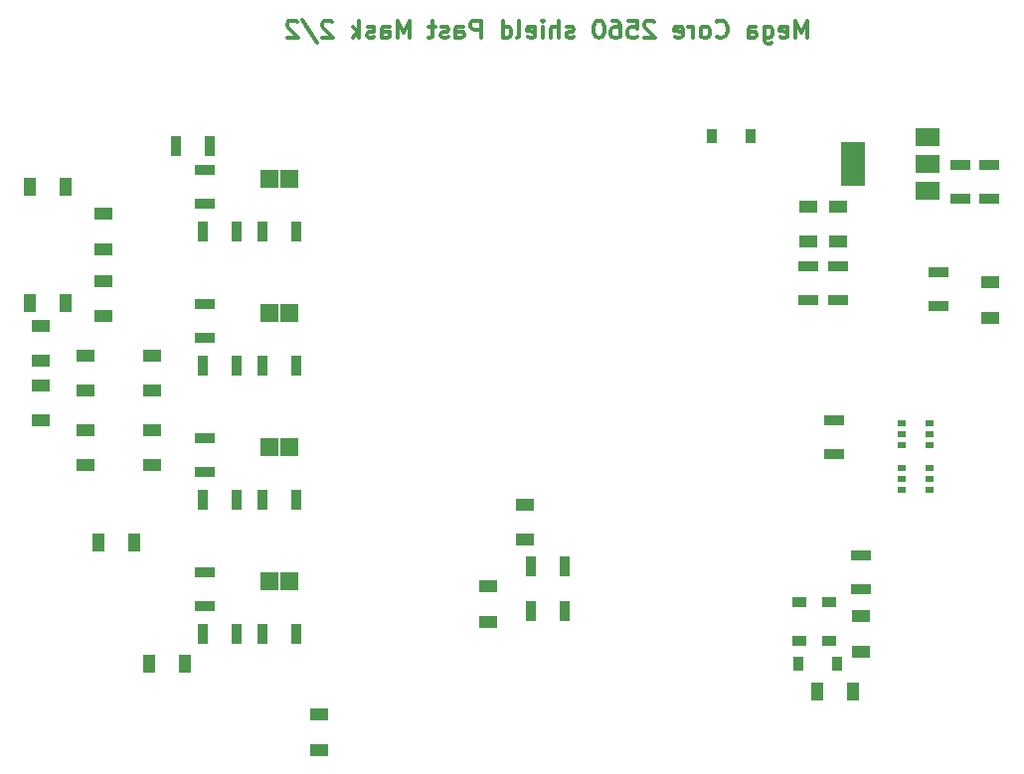
<source format=gbr>
G04 #@! TF.FileFunction,Paste,Bot*
%FSLAX46Y46*%
G04 Gerber Fmt 4.6, Leading zero omitted, Abs format (unit mm)*
G04 Created by KiCad (PCBNEW 4.0.7) date 08/07/18 09:16:37*
%MOMM*%
%LPD*%
G01*
G04 APERTURE LIST*
%ADD10C,0.100000*%
%ADD11C,0.300000*%
%ADD12R,1.000000X1.600000*%
%ADD13R,1.200000X0.900000*%
%ADD14R,0.800000X0.550000*%
%ADD15R,1.700000X0.900000*%
%ADD16R,0.900000X1.700000*%
%ADD17R,0.900000X1.200000*%
%ADD18R,1.600000X1.000000*%
%ADD19R,2.000000X3.800000*%
%ADD20R,2.000000X1.500000*%
%ADD21R,1.524000X1.524000*%
G04 APERTURE END LIST*
D10*
D11*
X208639662Y-58113051D02*
X208639662Y-56613051D01*
X208139662Y-57684480D01*
X207639662Y-56613051D01*
X207639662Y-58113051D01*
X206353948Y-58041623D02*
X206496805Y-58113051D01*
X206782519Y-58113051D01*
X206925376Y-58041623D01*
X206996805Y-57898766D01*
X206996805Y-57327337D01*
X206925376Y-57184480D01*
X206782519Y-57113051D01*
X206496805Y-57113051D01*
X206353948Y-57184480D01*
X206282519Y-57327337D01*
X206282519Y-57470194D01*
X206996805Y-57613051D01*
X204996805Y-57113051D02*
X204996805Y-58327337D01*
X205068234Y-58470194D01*
X205139662Y-58541623D01*
X205282519Y-58613051D01*
X205496805Y-58613051D01*
X205639662Y-58541623D01*
X204996805Y-58041623D02*
X205139662Y-58113051D01*
X205425376Y-58113051D01*
X205568234Y-58041623D01*
X205639662Y-57970194D01*
X205711091Y-57827337D01*
X205711091Y-57398766D01*
X205639662Y-57255909D01*
X205568234Y-57184480D01*
X205425376Y-57113051D01*
X205139662Y-57113051D01*
X204996805Y-57184480D01*
X203639662Y-58113051D02*
X203639662Y-57327337D01*
X203711091Y-57184480D01*
X203853948Y-57113051D01*
X204139662Y-57113051D01*
X204282519Y-57184480D01*
X203639662Y-58041623D02*
X203782519Y-58113051D01*
X204139662Y-58113051D01*
X204282519Y-58041623D01*
X204353948Y-57898766D01*
X204353948Y-57755909D01*
X204282519Y-57613051D01*
X204139662Y-57541623D01*
X203782519Y-57541623D01*
X203639662Y-57470194D01*
X200925376Y-57970194D02*
X200996805Y-58041623D01*
X201211091Y-58113051D01*
X201353948Y-58113051D01*
X201568233Y-58041623D01*
X201711091Y-57898766D01*
X201782519Y-57755909D01*
X201853948Y-57470194D01*
X201853948Y-57255909D01*
X201782519Y-56970194D01*
X201711091Y-56827337D01*
X201568233Y-56684480D01*
X201353948Y-56613051D01*
X201211091Y-56613051D01*
X200996805Y-56684480D01*
X200925376Y-56755909D01*
X200068233Y-58113051D02*
X200211091Y-58041623D01*
X200282519Y-57970194D01*
X200353948Y-57827337D01*
X200353948Y-57398766D01*
X200282519Y-57255909D01*
X200211091Y-57184480D01*
X200068233Y-57113051D01*
X199853948Y-57113051D01*
X199711091Y-57184480D01*
X199639662Y-57255909D01*
X199568233Y-57398766D01*
X199568233Y-57827337D01*
X199639662Y-57970194D01*
X199711091Y-58041623D01*
X199853948Y-58113051D01*
X200068233Y-58113051D01*
X198925376Y-58113051D02*
X198925376Y-57113051D01*
X198925376Y-57398766D02*
X198853948Y-57255909D01*
X198782519Y-57184480D01*
X198639662Y-57113051D01*
X198496805Y-57113051D01*
X197425377Y-58041623D02*
X197568234Y-58113051D01*
X197853948Y-58113051D01*
X197996805Y-58041623D01*
X198068234Y-57898766D01*
X198068234Y-57327337D01*
X197996805Y-57184480D01*
X197853948Y-57113051D01*
X197568234Y-57113051D01*
X197425377Y-57184480D01*
X197353948Y-57327337D01*
X197353948Y-57470194D01*
X198068234Y-57613051D01*
X195639663Y-56755909D02*
X195568234Y-56684480D01*
X195425377Y-56613051D01*
X195068234Y-56613051D01*
X194925377Y-56684480D01*
X194853948Y-56755909D01*
X194782520Y-56898766D01*
X194782520Y-57041623D01*
X194853948Y-57255909D01*
X195711091Y-58113051D01*
X194782520Y-58113051D01*
X193425377Y-56613051D02*
X194139663Y-56613051D01*
X194211092Y-57327337D01*
X194139663Y-57255909D01*
X193996806Y-57184480D01*
X193639663Y-57184480D01*
X193496806Y-57255909D01*
X193425377Y-57327337D01*
X193353949Y-57470194D01*
X193353949Y-57827337D01*
X193425377Y-57970194D01*
X193496806Y-58041623D01*
X193639663Y-58113051D01*
X193996806Y-58113051D01*
X194139663Y-58041623D01*
X194211092Y-57970194D01*
X192068235Y-56613051D02*
X192353949Y-56613051D01*
X192496806Y-56684480D01*
X192568235Y-56755909D01*
X192711092Y-56970194D01*
X192782521Y-57255909D01*
X192782521Y-57827337D01*
X192711092Y-57970194D01*
X192639664Y-58041623D01*
X192496806Y-58113051D01*
X192211092Y-58113051D01*
X192068235Y-58041623D01*
X191996806Y-57970194D01*
X191925378Y-57827337D01*
X191925378Y-57470194D01*
X191996806Y-57327337D01*
X192068235Y-57255909D01*
X192211092Y-57184480D01*
X192496806Y-57184480D01*
X192639664Y-57255909D01*
X192711092Y-57327337D01*
X192782521Y-57470194D01*
X190996807Y-56613051D02*
X190853950Y-56613051D01*
X190711093Y-56684480D01*
X190639664Y-56755909D01*
X190568235Y-56898766D01*
X190496807Y-57184480D01*
X190496807Y-57541623D01*
X190568235Y-57827337D01*
X190639664Y-57970194D01*
X190711093Y-58041623D01*
X190853950Y-58113051D01*
X190996807Y-58113051D01*
X191139664Y-58041623D01*
X191211093Y-57970194D01*
X191282521Y-57827337D01*
X191353950Y-57541623D01*
X191353950Y-57184480D01*
X191282521Y-56898766D01*
X191211093Y-56755909D01*
X191139664Y-56684480D01*
X190996807Y-56613051D01*
X188782522Y-58041623D02*
X188639665Y-58113051D01*
X188353950Y-58113051D01*
X188211093Y-58041623D01*
X188139665Y-57898766D01*
X188139665Y-57827337D01*
X188211093Y-57684480D01*
X188353950Y-57613051D01*
X188568236Y-57613051D01*
X188711093Y-57541623D01*
X188782522Y-57398766D01*
X188782522Y-57327337D01*
X188711093Y-57184480D01*
X188568236Y-57113051D01*
X188353950Y-57113051D01*
X188211093Y-57184480D01*
X187496807Y-58113051D02*
X187496807Y-56613051D01*
X186853950Y-58113051D02*
X186853950Y-57327337D01*
X186925379Y-57184480D01*
X187068236Y-57113051D01*
X187282521Y-57113051D01*
X187425379Y-57184480D01*
X187496807Y-57255909D01*
X186139664Y-58113051D02*
X186139664Y-57113051D01*
X186139664Y-56613051D02*
X186211093Y-56684480D01*
X186139664Y-56755909D01*
X186068236Y-56684480D01*
X186139664Y-56613051D01*
X186139664Y-56755909D01*
X184853950Y-58041623D02*
X184996807Y-58113051D01*
X185282521Y-58113051D01*
X185425378Y-58041623D01*
X185496807Y-57898766D01*
X185496807Y-57327337D01*
X185425378Y-57184480D01*
X185282521Y-57113051D01*
X184996807Y-57113051D01*
X184853950Y-57184480D01*
X184782521Y-57327337D01*
X184782521Y-57470194D01*
X185496807Y-57613051D01*
X183925378Y-58113051D02*
X184068236Y-58041623D01*
X184139664Y-57898766D01*
X184139664Y-56613051D01*
X182711093Y-58113051D02*
X182711093Y-56613051D01*
X182711093Y-58041623D02*
X182853950Y-58113051D01*
X183139664Y-58113051D01*
X183282522Y-58041623D01*
X183353950Y-57970194D01*
X183425379Y-57827337D01*
X183425379Y-57398766D01*
X183353950Y-57255909D01*
X183282522Y-57184480D01*
X183139664Y-57113051D01*
X182853950Y-57113051D01*
X182711093Y-57184480D01*
X180853950Y-58113051D02*
X180853950Y-56613051D01*
X180282522Y-56613051D01*
X180139664Y-56684480D01*
X180068236Y-56755909D01*
X179996807Y-56898766D01*
X179996807Y-57113051D01*
X180068236Y-57255909D01*
X180139664Y-57327337D01*
X180282522Y-57398766D01*
X180853950Y-57398766D01*
X178711093Y-58113051D02*
X178711093Y-57327337D01*
X178782522Y-57184480D01*
X178925379Y-57113051D01*
X179211093Y-57113051D01*
X179353950Y-57184480D01*
X178711093Y-58041623D02*
X178853950Y-58113051D01*
X179211093Y-58113051D01*
X179353950Y-58041623D01*
X179425379Y-57898766D01*
X179425379Y-57755909D01*
X179353950Y-57613051D01*
X179211093Y-57541623D01*
X178853950Y-57541623D01*
X178711093Y-57470194D01*
X178068236Y-58041623D02*
X177925379Y-58113051D01*
X177639664Y-58113051D01*
X177496807Y-58041623D01*
X177425379Y-57898766D01*
X177425379Y-57827337D01*
X177496807Y-57684480D01*
X177639664Y-57613051D01*
X177853950Y-57613051D01*
X177996807Y-57541623D01*
X178068236Y-57398766D01*
X178068236Y-57327337D01*
X177996807Y-57184480D01*
X177853950Y-57113051D01*
X177639664Y-57113051D01*
X177496807Y-57184480D01*
X176996807Y-57113051D02*
X176425378Y-57113051D01*
X176782521Y-56613051D02*
X176782521Y-57898766D01*
X176711093Y-58041623D01*
X176568235Y-58113051D01*
X176425378Y-58113051D01*
X174782521Y-58113051D02*
X174782521Y-56613051D01*
X174282521Y-57684480D01*
X173782521Y-56613051D01*
X173782521Y-58113051D01*
X172425378Y-58113051D02*
X172425378Y-57327337D01*
X172496807Y-57184480D01*
X172639664Y-57113051D01*
X172925378Y-57113051D01*
X173068235Y-57184480D01*
X172425378Y-58041623D02*
X172568235Y-58113051D01*
X172925378Y-58113051D01*
X173068235Y-58041623D01*
X173139664Y-57898766D01*
X173139664Y-57755909D01*
X173068235Y-57613051D01*
X172925378Y-57541623D01*
X172568235Y-57541623D01*
X172425378Y-57470194D01*
X171782521Y-58041623D02*
X171639664Y-58113051D01*
X171353949Y-58113051D01*
X171211092Y-58041623D01*
X171139664Y-57898766D01*
X171139664Y-57827337D01*
X171211092Y-57684480D01*
X171353949Y-57613051D01*
X171568235Y-57613051D01*
X171711092Y-57541623D01*
X171782521Y-57398766D01*
X171782521Y-57327337D01*
X171711092Y-57184480D01*
X171568235Y-57113051D01*
X171353949Y-57113051D01*
X171211092Y-57184480D01*
X170496806Y-58113051D02*
X170496806Y-56613051D01*
X170353949Y-57541623D02*
X169925378Y-58113051D01*
X169925378Y-57113051D02*
X170496806Y-57684480D01*
X168211092Y-56755909D02*
X168139663Y-56684480D01*
X167996806Y-56613051D01*
X167639663Y-56613051D01*
X167496806Y-56684480D01*
X167425377Y-56755909D01*
X167353949Y-56898766D01*
X167353949Y-57041623D01*
X167425377Y-57255909D01*
X168282520Y-58113051D01*
X167353949Y-58113051D01*
X165639664Y-56541623D02*
X166925378Y-58470194D01*
X165211092Y-56755909D02*
X165139663Y-56684480D01*
X164996806Y-56613051D01*
X164639663Y-56613051D01*
X164496806Y-56684480D01*
X164425377Y-56755909D01*
X164353949Y-56898766D01*
X164353949Y-57041623D01*
X164425377Y-57255909D01*
X165282520Y-58113051D01*
X164353949Y-58113051D01*
D12*
X209543520Y-113822480D03*
X212543520Y-113822480D03*
D13*
X207995520Y-106203480D03*
X207995520Y-109503480D03*
X210535520Y-109503480D03*
X210535520Y-106203480D03*
D14*
X219101520Y-94711480D03*
X219101520Y-95661480D03*
X219101520Y-96611480D03*
X216701520Y-96611480D03*
X216701520Y-95661480D03*
X216701520Y-94711480D03*
X219101520Y-90901480D03*
X219101520Y-91851480D03*
X219101520Y-92801480D03*
X216701520Y-92801480D03*
X216701520Y-91851480D03*
X216701520Y-90901480D03*
D15*
X210916520Y-90655480D03*
X210916520Y-93555480D03*
D16*
X154856520Y-67340480D03*
X157756520Y-67340480D03*
D15*
X219806520Y-80982480D03*
X219806520Y-78082480D03*
D17*
X207869520Y-111409480D03*
X211169520Y-111409480D03*
D18*
X213202520Y-110369480D03*
X213202520Y-107369480D03*
D15*
X213202520Y-105112480D03*
X213202520Y-102212480D03*
D18*
X224251520Y-78921480D03*
X224251520Y-81921480D03*
D15*
X224124520Y-71838480D03*
X224124520Y-68938480D03*
X221711520Y-68938480D03*
X221711520Y-71838480D03*
X211297520Y-80474480D03*
X211297520Y-77574480D03*
X208757520Y-80474480D03*
X208757520Y-77574480D03*
D18*
X211297520Y-72444480D03*
X211297520Y-75444480D03*
X208757520Y-72444480D03*
X208757520Y-75444480D03*
D19*
X212592520Y-68864480D03*
D20*
X218892520Y-68864480D03*
X218892520Y-71164480D03*
X218892520Y-66564480D03*
D17*
X203803520Y-66451480D03*
X200503520Y-66451480D03*
D18*
X184627520Y-97844480D03*
X184627520Y-100844480D03*
D16*
X185082520Y-103154480D03*
X187982520Y-103154480D03*
X185082520Y-106964480D03*
X187982520Y-106964480D03*
D18*
X181452520Y-104829480D03*
X181452520Y-107829480D03*
X167101520Y-115751480D03*
X167101520Y-118751480D03*
D15*
X157322520Y-106509480D03*
X157322520Y-103609480D03*
D12*
X152647520Y-111409480D03*
X155647520Y-111409480D03*
X151329520Y-101122480D03*
X148329520Y-101122480D03*
D16*
X162222520Y-97439480D03*
X165122520Y-97439480D03*
D15*
X157322520Y-95079480D03*
X157322520Y-92179480D03*
D18*
X152877520Y-94494480D03*
X152877520Y-91494480D03*
X147162520Y-94494480D03*
X147162520Y-91494480D03*
X147162520Y-85144480D03*
X147162520Y-88144480D03*
X152877520Y-85144480D03*
X152877520Y-88144480D03*
D16*
X162222520Y-86009480D03*
X165122520Y-86009480D03*
D15*
X157322520Y-83649480D03*
X157322520Y-80749480D03*
D16*
X157142520Y-74579480D03*
X160042520Y-74579480D03*
X162222520Y-74579480D03*
X165122520Y-74579480D03*
D12*
X145487520Y-80675480D03*
X142487520Y-80675480D03*
D18*
X143352520Y-85604480D03*
X143352520Y-82604480D03*
X148686520Y-78794480D03*
X148686520Y-81794480D03*
X148686520Y-76079480D03*
X148686520Y-73079480D03*
D15*
X157322520Y-72219480D03*
X157322520Y-69319480D03*
D12*
X145487520Y-70769480D03*
X142487520Y-70769480D03*
D16*
X157142520Y-86009480D03*
X160042520Y-86009480D03*
X157142520Y-97439480D03*
X160042520Y-97439480D03*
X162222520Y-108869480D03*
X165122520Y-108869480D03*
X157142520Y-108869480D03*
X160042520Y-108869480D03*
D21*
X164571680Y-70134480D03*
X162872420Y-70134480D03*
X164571680Y-81564480D03*
X162872420Y-81564480D03*
X164571680Y-92994480D03*
X162872420Y-92994480D03*
X164571680Y-104424480D03*
X162872420Y-104424480D03*
D18*
X143352520Y-90684480D03*
X143352520Y-87684480D03*
M02*

</source>
